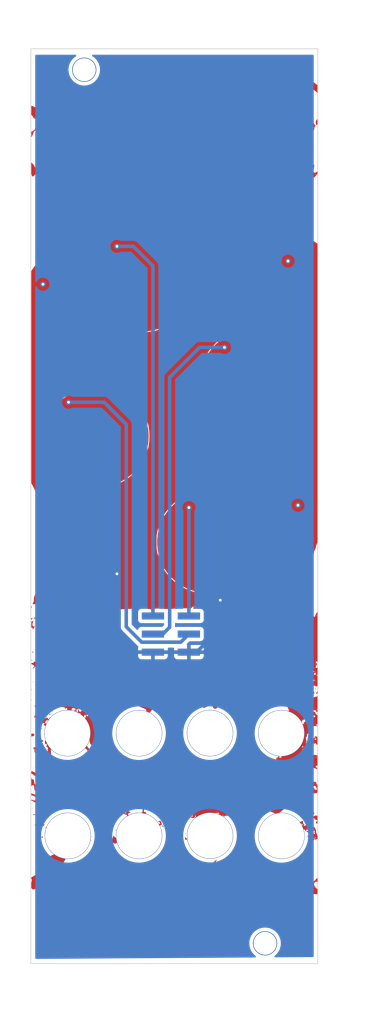
<source format=kicad_pcb>
(kicad_pcb (version 20211014) (generator pcbnew)
  (layers (0 "F.Cu" signal) (31 "B.Cu" signal) (34 "B.Paste" user) (35 "F.Paste" user) (36 "B.SilkS" user "B.Silkscreen") (37 "F.SilkS" user "F.Silkscreen") (38 "B.Mask" user) (39 "F.Mask" user) (44 "Edge.Cuts" user))
  (net 0 "")
  (net 1 "GND")
  (net 2 "/SW4")
  (net 3 "/SW2")
  (net 4 "/SW3")
  (net 5 "/SW1")
  (footprint "MountingHole:MountingHole_6.4mm_M6" (layer "F.Cu") (at 92.37 126.275)
    (fp_text reference "REF**" hide)
    (fp_text value "MountingHole_6.4mm_M6")
  )
  (footprint "MountingHole:MountingHole_6.4mm_M6" (layer "F.Cu") (at 102.4 126.285)
    (fp_text reference "REF**" hide)
    (fp_text value "MountingHole_6.4mm_M6")
  )
  (footprint "MountingHole:MountingHole_6.4mm_M6" (layer "F.Cu") (at 102.4 140.705)
    (fp_text reference "REF**" hide)
    (fp_text value "MountingHole_6.4mm_M6")
  )
  (footprint "MountingHole:MountingHole_6.4mm_M6" (layer "F.Cu") (at 92.37 140.675)
    (fp_text reference "REF**" hide)
    (fp_text value "MountingHole_6.4mm_M6")
  )
  (footprint "TestPoint:TestPoint_Pad_1.5x1.5mm" (layer "F.Cu") (at 93.7 107.7)
    (fp_text reference "J2" hide)
    (fp_text value "Conn_01x01_Male")
  )
  (footprint "MountingHole:MountingHole_6.4mm_M6" (layer "F.Cu") (at 72.4 140.705)
    (fp_text reference "REF**" hide)
    (fp_text value "MountingHole_6.4mm_M6")
  )
  (footprint "TestPoint:TestPoint_Pad_1.5x1.5mm" (layer "F.Cu") (at 94.6 72.2)
    (fp_text reference "J4" hide)
    (fp_text value "Conn_01x01_Male")
  )
  (footprint "TestPoint:TestPoint_Pad_1.5x1.5mm" (layer "F.Cu") (at 72.7 79.9)
    (fp_text reference "J5" hide)
    (fp_text value "Conn_01x01_Male")
  )
  (footprint "" (layer "F.Cu") (at 74.7 33.1)
    (fp_text reference "")
    (fp_text value "")
  )
  (footprint "MountingHole:MountingHole_6.4mm_M6" (layer "F.Cu") (at 82.4 140.705)
    (fp_text reference "REF**" hide)
    (fp_text value "MountingHole_6.4mm_M6")
  )
  (footprint "MountingHole:MountingHole_6.4mm_M6" (layer "F.Cu") (at 72.35 126.275)
    (fp_text reference "REF**" hide)
    (fp_text value "MountingHole_6.4mm_M6")
  )
  (footprint "touch panel:touch_toggle_mask_fullpanel" (layer "F.Cu") (at 87.3 94.5)
    (fp_text reference "G***" hide)
    (fp_text value "LOGO" hide)
  )
  (footprint "TestPoint:TestPoint_Pad_1.5x1.5mm" (layer "F.Cu") (at 89.4 94.6)
    (fp_text reference "J3" hide)
    (fp_text value "Conn_01x01_Male")
  )
  (footprint "TestPoint:TestPoint_Pad_1.5x1.5mm" (layer "F.Cu") (at 79.1 104)
    (fp_text reference "J1" hide)
    (fp_text value "Conn_01x01_Male")
  )
  (footprint "touch panel:touch_toggle_gold_fullpane01.mml" (layer "F.Cu") (at 87.34 90.8)
    (fp_text reference "G***")
    (fp_text value "LOGO" hide)
  )
  (footprint "" (layer "F.Cu") (at 100.1 155.8)
    (fp_text reference "")
    (fp_text value "")
  )
  (footprint "TestPoint:TestPoint_Pad_1.5x1.5mm" (layer "F.Cu") (at 79.3 57.9)
    (fp_text reference "J6" hide)
    (fp_text value "Conn_01x01_Male")
  )
  (footprint "MountingHole:MountingHole_6.4mm_M6" (layer "F.Cu") (at 82.4 126.285)
    (fp_text reference "REF**" hide)
    (fp_text value "MountingHole_6.4mm_M6")
  )
  (footprint "Connector_PinHeader_2.54mm:PinHeader_2x03_P2.54mm_Vertical_SMD" (layer "B.Cu") (at 86.875 112.36 180)
    (fp_text reference "J7" hide)
    (fp_text value "Conn_02x03_Odd_Even")
  )
  (gr_line locked (start 107.5 30.15) (end 67.2 30.15) (layer "Edge.Cuts") (width 0.1))
  (gr_line locked (start 67.2 30.15) (end 67.2 158.65) (layer "Edge.Cuts") (width 0.1))
  (gr_line locked (start 67.2 158.65) (end 107.5 158.65) (layer "Edge.Cuts") (width 0.1))
  (gr_line locked (start 107.5 158.65) (end 107.5 30.15) (layer "Edge.Cuts") (width 0.1))
  (via (at 104.725 94.275) (size 0.8) (drill 0.4) (layers "F.Cu" "B.Cu") (net 0))
  (via (at 68.9 63.225) (size 0.8) (drill 0.4) (layers "F.Cu" "B.Cu") (net 0))
  (via (at 103.325 59.975) (size 0.8) (drill 0.4) (layers "F.Cu" "B.Cu") (net 0))
  (via (at 93.8 107.6) (size 0.8) (drill 0.4) (layers "F.Cu" "B.Cu") (net 1))
  (via (at 79.3 103.9) (size 0.8) (drill 0.4) (layers "F.Cu" "B.Cu") (net 1))
  (segment (start 82.1 114.9) (end 79.3 112.1) (width 0.5) (layer "B.Cu") (net 1))
  (segment (start 90.475 114.9) (end 93.8 111.575) (width 0.5) (layer "B.Cu") (net 1))
  (segment (start 93.8 111.575) (end 93.8 107.6) (width 0.5) (layer "B.Cu") (net 1))
  (segment (start 79.3 112.1) (end 79.3 103.9) (width 0.5) (layer "B.Cu") (net 1))
  (segment (start 89.4 114.9) (end 84.35 114.9) (width 0.5) (layer "B.Cu") (net 1))
  (segment (start 89.4 114.9) (end 90.475 114.9) (width 0.5) (layer "B.Cu") (net 1))
  (segment (start 84.35 114.9) (end 82.1 114.9) (width 0.5) (layer "B.Cu") (net 1))
  (via (at 89.400002 94.6) (size 0.8) (drill 0.4) (layers "F.Cu" "B.Cu") (net 2))
  (segment (start 89.4 94.600002) (end 89.400002 94.6) (width 0.5) (layer "B.Cu") (net 2))
  (segment (start 89.4 109.82) (end 89.4 94.600002) (width 0.5) (layer "B.Cu") (net 2))
  (via (at 94.4 72.1) (size 0.8) (drill 0.4) (layers "F.Cu" "B.Cu") (net 3))
  (segment (start 90.9 72.1) (end 94.4 72.1) (width 0.5) (layer "B.Cu") (net 3))
  (segment (start 85.74 112.36) (end 86.7 111.4) (width 0.5) (layer "B.Cu") (net 3))
  (segment (start 84.35 112.36) (end 85.74 112.36) (width 0.5) (layer "B.Cu") (net 3))
  (segment (start 86.7 76.3) (end 90.9 72.1) (width 0.5) (layer "B.Cu") (net 3))
  (segment (start 86.7 111.4) (end 86.7 76.3) (width 0.5) (layer "B.Cu") (net 3))
  (via (at 72.500002 79.8) (size 0.8) (drill 0.4) (layers "F.Cu" "B.Cu") (net 4))
  (segment (start 88.26 113.5) (end 82.765 113.5) (width 0.5) (layer "B.Cu") (net 4))
  (segment (start 77.5 79.8) (end 72.500002 79.8) (width 0.5) (layer "B.Cu") (net 4))
  (segment (start 89.4 112.36) (end 88.26 113.5) (width 0.5) (layer "B.Cu") (net 4))
  (segment (start 82.765 113.5) (end 80.6 111.335) (width 0.5) (layer "B.Cu") (net 4))
  (segment (start 80.6 111.335) (end 80.6 82.9) (width 0.5) (layer "B.Cu") (net 4))
  (segment (start 80.6 82.9) (end 77.5 79.8) (width 0.5) (layer "B.Cu") (net 4))
  (via (at 79.299998 57.9) (size 0.8) (drill 0.4) (layers "F.Cu" "B.Cu") (net 5))
  (segment (start 84.35 109.82) (end 84.35 60.65) (width 0.5) (layer "B.Cu") (net 5))
  (segment (start 84.35 60.65) (end 81.6 57.9) (width 0.5) (layer "B.Cu") (net 5))
  (segment (start 81.6 57.9) (end 79.299998 57.9) (width 0.5) (layer "B.Cu") (net 5))
  (zone (net 1) (net_name "GND") (layer "B.Cu") (connect_pads (clearance 0.508)) (min_thickness 0.254) (fill yes (thermal_gap 0.508) (thermal_bridge_width 0.508))
    (polygon (pts (xy 106.934 157.734) (xy 67.818 157.988) (xy 67.818 30.988) (xy 106.934 30.988)))
  )
)
</source>
